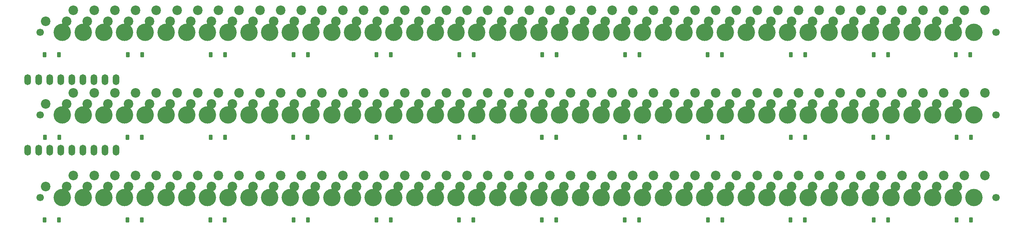
<source format=gbr>
%TF.GenerationSoftware,KiCad,Pcbnew,7.0.7*%
%TF.CreationDate,2023-09-15T12:25:31+10:00*%
%TF.ProjectId,fuckit,6675636b-6974-42e6-9b69-6361645f7063,rev?*%
%TF.SameCoordinates,Original*%
%TF.FileFunction,Soldermask,Bot*%
%TF.FilePolarity,Negative*%
%FSLAX46Y46*%
G04 Gerber Fmt 4.6, Leading zero omitted, Abs format (unit mm)*
G04 Created by KiCad (PCBNEW 7.0.7) date 2023-09-15 12:25:31*
%MOMM*%
%LPD*%
G01*
G04 APERTURE LIST*
G04 Aperture macros list*
%AMRoundRect*
0 Rectangle with rounded corners*
0 $1 Rounding radius*
0 $2 $3 $4 $5 $6 $7 $8 $9 X,Y pos of 4 corners*
0 Add a 4 corners polygon primitive as box body*
4,1,4,$2,$3,$4,$5,$6,$7,$8,$9,$2,$3,0*
0 Add four circle primitives for the rounded corners*
1,1,$1+$1,$2,$3*
1,1,$1+$1,$4,$5*
1,1,$1+$1,$6,$7*
1,1,$1+$1,$8,$9*
0 Add four rect primitives between the rounded corners*
20,1,$1+$1,$2,$3,$4,$5,0*
20,1,$1+$1,$4,$5,$6,$7,0*
20,1,$1+$1,$6,$7,$8,$9,0*
20,1,$1+$1,$8,$9,$2,$3,0*%
G04 Aperture macros list end*
%ADD10C,1.700000*%
%ADD11C,4.000000*%
%ADD12C,2.200000*%
%ADD13RoundRect,0.225000X0.225000X0.375000X-0.225000X0.375000X-0.225000X-0.375000X0.225000X-0.375000X0*%
%ADD14O,1.500000X2.500000*%
G04 APERTURE END LIST*
D10*
%TO.C,SW106*%
X95567564Y-63361151D03*
D11*
X100647564Y-63361151D03*
D10*
X105727564Y-63361151D03*
D12*
X103187564Y-58281151D03*
X96837564Y-60821151D03*
%TD*%
D10*
%TO.C,SW38*%
X200342564Y-25261151D03*
D11*
X205422564Y-25261151D03*
D10*
X210502564Y-25261151D03*
D12*
X207962564Y-20181151D03*
X201612564Y-22721151D03*
%TD*%
D10*
%TO.C,SW105*%
X90805064Y-63361151D03*
D11*
X95885064Y-63361151D03*
D10*
X100965064Y-63361151D03*
D12*
X98425064Y-58281151D03*
X92075064Y-60821151D03*
%TD*%
D10*
%TO.C,SW113*%
X128905064Y-63361151D03*
D11*
X133985064Y-63361151D03*
D10*
X139065064Y-63361151D03*
D12*
X136525064Y-58281151D03*
X130175064Y-60821151D03*
%TD*%
D10*
%TO.C,SW28*%
X152717564Y-25261151D03*
D11*
X157797564Y-25261151D03*
D10*
X162877564Y-25261151D03*
D12*
X160337564Y-20181151D03*
X153987564Y-22721151D03*
%TD*%
D10*
%TO.C,SW127*%
X195580064Y-63361151D03*
D11*
X200660064Y-63361151D03*
D10*
X205740064Y-63361151D03*
D12*
X203200064Y-58281151D03*
X196850064Y-60821151D03*
%TD*%
D10*
%TO.C,SW76*%
X167005064Y-44311151D03*
D11*
X172085064Y-44311151D03*
D10*
X177165064Y-44311151D03*
D12*
X174625064Y-39231151D03*
X168275064Y-41771151D03*
%TD*%
D10*
%TO.C,SW62*%
X100330064Y-44311151D03*
D11*
X105410064Y-44311151D03*
D10*
X110490064Y-44311151D03*
D12*
X107950064Y-39231151D03*
X101600064Y-41771151D03*
%TD*%
D10*
%TO.C,SW91*%
X24130064Y-63361151D03*
D11*
X29210064Y-63361151D03*
D10*
X34290064Y-63361151D03*
D12*
X31750064Y-58281151D03*
X25400064Y-60821151D03*
%TD*%
D10*
%TO.C,SW131*%
X214630064Y-63361151D03*
D11*
X219710064Y-63361151D03*
D10*
X224790064Y-63361151D03*
D12*
X222250064Y-58281151D03*
X215900064Y-60821151D03*
%TD*%
D10*
%TO.C,SW120*%
X162242564Y-63361151D03*
D11*
X167322564Y-63361151D03*
D10*
X172402564Y-63361151D03*
D12*
X169862564Y-58281151D03*
X163512564Y-60821151D03*
%TD*%
D10*
%TO.C,SW68*%
X128905064Y-44311151D03*
D11*
X133985064Y-44311151D03*
D10*
X139065064Y-44311151D03*
D12*
X136525064Y-39231151D03*
X130175064Y-41771151D03*
%TD*%
D10*
%TO.C,SW27*%
X147955064Y-25261151D03*
D11*
X153035064Y-25261151D03*
D10*
X158115064Y-25261151D03*
D12*
X155575064Y-20181151D03*
X149225064Y-22721151D03*
%TD*%
D10*
%TO.C,SW114*%
X133667564Y-63361151D03*
D11*
X138747564Y-63361151D03*
D10*
X143827564Y-63361151D03*
D12*
X141287564Y-58281151D03*
X134937564Y-60821151D03*
%TD*%
D10*
%TO.C,SW12*%
X76517564Y-25261151D03*
D11*
X81597564Y-25261151D03*
D10*
X86677564Y-25261151D03*
D12*
X84137564Y-20181151D03*
X77787564Y-22721151D03*
%TD*%
D10*
%TO.C,SW59*%
X86042564Y-44311151D03*
D11*
X91122564Y-44311151D03*
D10*
X96202564Y-44311151D03*
D12*
X93662564Y-39231151D03*
X87312564Y-41771151D03*
%TD*%
D10*
%TO.C,SW52*%
X52705064Y-44311151D03*
D11*
X57785064Y-44311151D03*
D10*
X62865064Y-44311151D03*
D12*
X60325064Y-39231151D03*
X53975064Y-41771151D03*
%TD*%
D10*
%TO.C,SW129*%
X205105064Y-63361151D03*
D11*
X210185064Y-63361151D03*
D10*
X215265064Y-63361151D03*
D12*
X212725064Y-58281151D03*
X206375064Y-60821151D03*
%TD*%
D10*
%TO.C,SW33*%
X176530064Y-25261151D03*
D11*
X181610064Y-25261151D03*
D10*
X186690064Y-25261151D03*
D12*
X184150064Y-20181151D03*
X177800064Y-22721151D03*
%TD*%
D10*
%TO.C,SW56*%
X71755064Y-44311151D03*
D11*
X76835064Y-44311151D03*
D10*
X81915064Y-44311151D03*
D12*
X79375064Y-39231151D03*
X73025064Y-41771151D03*
%TD*%
D10*
%TO.C,SW45*%
X233680064Y-25261151D03*
D11*
X238760064Y-25261151D03*
D10*
X243840064Y-25261151D03*
D12*
X241300064Y-20181151D03*
X234950064Y-22721151D03*
%TD*%
D10*
%TO.C,SW118*%
X152717564Y-63361151D03*
D11*
X157797564Y-63361151D03*
D10*
X162877564Y-63361151D03*
D12*
X160337564Y-58281151D03*
X153987564Y-60821151D03*
%TD*%
D10*
%TO.C,SW87*%
X219392564Y-44311151D03*
D11*
X224472564Y-44311151D03*
D10*
X229552564Y-44311151D03*
D12*
X227012564Y-39231151D03*
X220662564Y-41771151D03*
%TD*%
D10*
%TO.C,SW22*%
X124142564Y-25261151D03*
D11*
X129222564Y-25261151D03*
D10*
X134302564Y-25261151D03*
D12*
X131762564Y-20181151D03*
X125412564Y-22721151D03*
%TD*%
D10*
%TO.C,SW14*%
X86042564Y-25261151D03*
D11*
X91122564Y-25261151D03*
D10*
X96202564Y-25261151D03*
D12*
X93662564Y-20181151D03*
X87312564Y-22721151D03*
%TD*%
D10*
%TO.C,SW97*%
X52705064Y-63361151D03*
D11*
X57785064Y-63361151D03*
D10*
X62865064Y-63361151D03*
D12*
X60325064Y-58281151D03*
X53975064Y-60821151D03*
%TD*%
D10*
%TO.C,SW128*%
X200342564Y-63361151D03*
D11*
X205422564Y-63361151D03*
D10*
X210502564Y-63361151D03*
D12*
X207962564Y-58281151D03*
X201612564Y-60821151D03*
%TD*%
D10*
%TO.C,SW36*%
X190817564Y-25261151D03*
D11*
X195897564Y-25261151D03*
D10*
X200977564Y-25261151D03*
D12*
X198437564Y-20181151D03*
X192087564Y-22721151D03*
%TD*%
D10*
%TO.C,SW84*%
X205105064Y-44311151D03*
D11*
X210185064Y-44311151D03*
D10*
X215265064Y-44311151D03*
D12*
X212725064Y-39231151D03*
X206375064Y-41771151D03*
%TD*%
D10*
%TO.C,SW73*%
X152717564Y-44311151D03*
D11*
X157797564Y-44311151D03*
D10*
X162877564Y-44311151D03*
D12*
X160337564Y-39231151D03*
X153987564Y-41771151D03*
%TD*%
D10*
%TO.C,SW83*%
X200342564Y-44311151D03*
D11*
X205422564Y-44311151D03*
D10*
X210502564Y-44311151D03*
D12*
X207962564Y-39231151D03*
X201612564Y-41771151D03*
%TD*%
D10*
%TO.C,SW134*%
X228917564Y-63361151D03*
D11*
X233997564Y-63361151D03*
D10*
X239077564Y-63361151D03*
D12*
X236537564Y-58281151D03*
X230187564Y-60821151D03*
%TD*%
D10*
%TO.C,SW125*%
X186055064Y-63361151D03*
D11*
X191135064Y-63361151D03*
D10*
X196215064Y-63361151D03*
D12*
X193675064Y-58281151D03*
X187325064Y-60821151D03*
%TD*%
D10*
%TO.C,SW69*%
X133667564Y-44311151D03*
D11*
X138747564Y-44311151D03*
D10*
X143827564Y-44311151D03*
D12*
X141287564Y-39231151D03*
X134937564Y-41771151D03*
%TD*%
D10*
%TO.C,SW2*%
X28892564Y-25261151D03*
D11*
X33972564Y-25261151D03*
D10*
X39052564Y-25261151D03*
D12*
X36512564Y-20181151D03*
X30162564Y-22721151D03*
%TD*%
D10*
%TO.C,SW51*%
X47942564Y-44311151D03*
D11*
X53022564Y-44311151D03*
D10*
X58102564Y-44311151D03*
D12*
X55562564Y-39231151D03*
X49212564Y-41771151D03*
%TD*%
D10*
%TO.C,SW26*%
X143192564Y-25261151D03*
D11*
X148272564Y-25261151D03*
D10*
X153352564Y-25261151D03*
D12*
X150812564Y-20181151D03*
X144462564Y-22721151D03*
%TD*%
D10*
%TO.C,SW8*%
X57467564Y-25261151D03*
D11*
X62547564Y-25261151D03*
D10*
X67627564Y-25261151D03*
D12*
X65087564Y-20181151D03*
X58737564Y-22721151D03*
%TD*%
D10*
%TO.C,SW30*%
X162242564Y-25261151D03*
D11*
X167322564Y-25261151D03*
D10*
X172402564Y-25261151D03*
D12*
X169862564Y-20181151D03*
X163512564Y-22721151D03*
%TD*%
D10*
%TO.C,SW58*%
X81280064Y-44311151D03*
D11*
X86360064Y-44311151D03*
D10*
X91440064Y-44311151D03*
D12*
X88900064Y-39231151D03*
X82550064Y-41771151D03*
%TD*%
D10*
%TO.C,SW102*%
X76517564Y-63361151D03*
D11*
X81597564Y-63361151D03*
D10*
X86677564Y-63361151D03*
D12*
X84137564Y-58281151D03*
X77787564Y-60821151D03*
%TD*%
D10*
%TO.C,SW133*%
X224155064Y-63361151D03*
D11*
X229235064Y-63361151D03*
D10*
X234315064Y-63361151D03*
D12*
X231775064Y-58281151D03*
X225425064Y-60821151D03*
%TD*%
D10*
%TO.C,SW9*%
X62230064Y-25261151D03*
D11*
X67310064Y-25261151D03*
D10*
X72390064Y-25261151D03*
D12*
X69850064Y-20181151D03*
X63500064Y-22721151D03*
%TD*%
D10*
%TO.C,SW98*%
X57467564Y-63361151D03*
D11*
X62547564Y-63361151D03*
D10*
X67627564Y-63361151D03*
D12*
X65087564Y-58281151D03*
X58737564Y-60821151D03*
%TD*%
D10*
%TO.C,SW48*%
X33655064Y-44311151D03*
D11*
X38735064Y-44311151D03*
D10*
X43815064Y-44311151D03*
D12*
X41275064Y-39231151D03*
X34925064Y-41771151D03*
%TD*%
D10*
%TO.C,SW126*%
X190817564Y-63361151D03*
D11*
X195897564Y-63361151D03*
D10*
X200977564Y-63361151D03*
D12*
X198437564Y-58281151D03*
X192087564Y-60821151D03*
%TD*%
D10*
%TO.C,SW60*%
X90805064Y-44311151D03*
D11*
X95885064Y-44311151D03*
D10*
X100965064Y-44311151D03*
D12*
X98425064Y-39231151D03*
X92075064Y-41771151D03*
%TD*%
D10*
%TO.C,SW5*%
X43180064Y-25261151D03*
D11*
X48260064Y-25261151D03*
D10*
X53340064Y-25261151D03*
D12*
X50800064Y-20181151D03*
X44450064Y-22721151D03*
%TD*%
D10*
%TO.C,SW66*%
X119380064Y-44311151D03*
D11*
X124460064Y-44311151D03*
D10*
X129540064Y-44311151D03*
D12*
X127000064Y-39231151D03*
X120650064Y-41771151D03*
%TD*%
D10*
%TO.C,SW112*%
X124142564Y-63361151D03*
D11*
X129222564Y-63361151D03*
D10*
X134302564Y-63361151D03*
D12*
X131762564Y-58281151D03*
X125412564Y-60821151D03*
%TD*%
D10*
%TO.C,SW77*%
X171767564Y-44311151D03*
D11*
X176847564Y-44311151D03*
D10*
X181927564Y-44311151D03*
D12*
X179387564Y-39231151D03*
X173037564Y-41771151D03*
%TD*%
D10*
%TO.C,SW74*%
X157480064Y-44311151D03*
D11*
X162560064Y-44311151D03*
D10*
X167640064Y-44311151D03*
D12*
X165100064Y-39231151D03*
X158750064Y-41771151D03*
%TD*%
D10*
%TO.C,SW116*%
X143192564Y-63361151D03*
D11*
X148272564Y-63361151D03*
D10*
X153352564Y-63361151D03*
D12*
X150812564Y-58281151D03*
X144462564Y-60821151D03*
%TD*%
D10*
%TO.C,SW110*%
X114617564Y-63361151D03*
D11*
X119697564Y-63361151D03*
D10*
X124777564Y-63361151D03*
D12*
X122237564Y-58281151D03*
X115887564Y-60821151D03*
%TD*%
D10*
%TO.C,SW39*%
X205105064Y-25261151D03*
D11*
X210185064Y-25261151D03*
D10*
X215265064Y-25261151D03*
D12*
X212725064Y-20181151D03*
X206375064Y-22721151D03*
%TD*%
D10*
%TO.C,SW43*%
X224155064Y-25261151D03*
D11*
X229235064Y-25261151D03*
D10*
X234315064Y-25261151D03*
D12*
X231775064Y-20181151D03*
X225425064Y-22721151D03*
%TD*%
D10*
%TO.C,SW3*%
X33655064Y-25261151D03*
D11*
X38735064Y-25261151D03*
D10*
X43815064Y-25261151D03*
D12*
X41275064Y-20181151D03*
X34925064Y-22721151D03*
%TD*%
D10*
%TO.C,SW96*%
X47942564Y-63361151D03*
D11*
X53022564Y-63361151D03*
D10*
X58102564Y-63361151D03*
D12*
X55562564Y-58281151D03*
X49212564Y-60821151D03*
%TD*%
D10*
%TO.C,SW115*%
X138430064Y-63361151D03*
D11*
X143510064Y-63361151D03*
D10*
X148590064Y-63361151D03*
D12*
X146050064Y-58281151D03*
X139700064Y-60821151D03*
%TD*%
D10*
%TO.C,SW53*%
X57467564Y-44311151D03*
D11*
X62547564Y-44311151D03*
D10*
X67627564Y-44311151D03*
D12*
X65087564Y-39231151D03*
X58737564Y-41771151D03*
%TD*%
D10*
%TO.C,SW44*%
X228917564Y-25261151D03*
D11*
X233997564Y-25261151D03*
D10*
X239077564Y-25261151D03*
D12*
X236537564Y-20181151D03*
X230187564Y-22721151D03*
%TD*%
D10*
%TO.C,SW1*%
X24130064Y-25261151D03*
D11*
X29210064Y-25261151D03*
D10*
X34290064Y-25261151D03*
D12*
X31750064Y-20181151D03*
X25400064Y-22721151D03*
%TD*%
D10*
%TO.C,SW42*%
X219392564Y-25261151D03*
D11*
X224472564Y-25261151D03*
D10*
X229552564Y-25261151D03*
D12*
X227012564Y-20181151D03*
X220662564Y-22721151D03*
%TD*%
D10*
%TO.C,SW21*%
X119380064Y-25261151D03*
D11*
X124460064Y-25261151D03*
D10*
X129540064Y-25261151D03*
D12*
X127000064Y-20181151D03*
X120650064Y-22721151D03*
%TD*%
D10*
%TO.C,SW11*%
X71755064Y-25261151D03*
D11*
X76835064Y-25261151D03*
D10*
X81915064Y-25261151D03*
D12*
X79375064Y-20181151D03*
X73025064Y-22721151D03*
%TD*%
D10*
%TO.C,SW99*%
X62230064Y-63361151D03*
D11*
X67310064Y-63361151D03*
D10*
X72390064Y-63361151D03*
D12*
X69850064Y-58281151D03*
X63500064Y-60821151D03*
%TD*%
D10*
%TO.C,SW24*%
X133667564Y-25261151D03*
D11*
X138747564Y-25261151D03*
D10*
X143827564Y-25261151D03*
D12*
X141287564Y-20181151D03*
X134937564Y-22721151D03*
%TD*%
D10*
%TO.C,SW13*%
X81280064Y-25261151D03*
D11*
X86360064Y-25261151D03*
D10*
X91440064Y-25261151D03*
D12*
X88900064Y-20181151D03*
X82550064Y-22721151D03*
%TD*%
D10*
%TO.C,SW10*%
X66992564Y-25261151D03*
D11*
X72072564Y-25261151D03*
D10*
X77152564Y-25261151D03*
D12*
X74612564Y-20181151D03*
X68262564Y-22721151D03*
%TD*%
D10*
%TO.C,SW104*%
X86042564Y-63361151D03*
D11*
X91122564Y-63361151D03*
D10*
X96202564Y-63361151D03*
D12*
X93662564Y-58281151D03*
X87312564Y-60821151D03*
%TD*%
D10*
%TO.C,SW63*%
X105092564Y-44311151D03*
D11*
X110172564Y-44311151D03*
D10*
X115252564Y-44311151D03*
D12*
X112712564Y-39231151D03*
X106362564Y-41771151D03*
%TD*%
D10*
%TO.C,SW37*%
X195580064Y-25261151D03*
D11*
X200660064Y-25261151D03*
D10*
X205740064Y-25261151D03*
D12*
X203200064Y-20181151D03*
X196850064Y-22721151D03*
%TD*%
D10*
%TO.C,SW31*%
X167005064Y-25261151D03*
D11*
X172085064Y-25261151D03*
D10*
X177165064Y-25261151D03*
D12*
X174625064Y-20181151D03*
X168275064Y-22721151D03*
%TD*%
D10*
%TO.C,SW17*%
X100330064Y-25261151D03*
D11*
X105410064Y-25261151D03*
D10*
X110490064Y-25261151D03*
D12*
X107950064Y-20181151D03*
X101600064Y-22721151D03*
%TD*%
D10*
%TO.C,SW86*%
X214630064Y-44311151D03*
D11*
X219710064Y-44311151D03*
D10*
X224790064Y-44311151D03*
D12*
X222250064Y-39231151D03*
X215900064Y-41771151D03*
%TD*%
D10*
%TO.C,SW41*%
X214630064Y-25261151D03*
D11*
X219710064Y-25261151D03*
D10*
X224790064Y-25261151D03*
D12*
X222250064Y-20181151D03*
X215900064Y-22721151D03*
%TD*%
D10*
%TO.C,SW122*%
X171767564Y-63361151D03*
D11*
X176847564Y-63361151D03*
D10*
X181927564Y-63361151D03*
D12*
X179387564Y-58281151D03*
X173037564Y-60821151D03*
%TD*%
D10*
%TO.C,SW89*%
X228917564Y-44311151D03*
D11*
X233997564Y-44311151D03*
D10*
X239077564Y-44311151D03*
D12*
X236537564Y-39231151D03*
X230187564Y-41771151D03*
%TD*%
D10*
%TO.C,SW72*%
X147955064Y-44311151D03*
D11*
X153035064Y-44311151D03*
D10*
X158115064Y-44311151D03*
D12*
X155575064Y-39231151D03*
X149225064Y-41771151D03*
%TD*%
D10*
%TO.C,SW80*%
X186055064Y-44311151D03*
D11*
X191135064Y-44311151D03*
D10*
X196215064Y-44311151D03*
D12*
X193675064Y-39231151D03*
X187325064Y-41771151D03*
%TD*%
D10*
%TO.C,SW67*%
X124142564Y-44311151D03*
D11*
X129222564Y-44311151D03*
D10*
X134302564Y-44311151D03*
D12*
X131762564Y-39231151D03*
X125412564Y-41771151D03*
%TD*%
D10*
%TO.C,SW25*%
X138430064Y-25261151D03*
D11*
X143510064Y-25261151D03*
D10*
X148590064Y-25261151D03*
D12*
X146050064Y-20181151D03*
X139700064Y-22721151D03*
%TD*%
D10*
%TO.C,SW90*%
X233680064Y-44311151D03*
D11*
X238760064Y-44311151D03*
D10*
X243840064Y-44311151D03*
D12*
X241300064Y-39231151D03*
X234950064Y-41771151D03*
%TD*%
D10*
%TO.C,SW100*%
X66992564Y-63361151D03*
D11*
X72072564Y-63361151D03*
D10*
X77152564Y-63361151D03*
D12*
X74612564Y-58281151D03*
X68262564Y-60821151D03*
%TD*%
D10*
%TO.C,SW94*%
X38417564Y-63361151D03*
D11*
X43497564Y-63361151D03*
D10*
X48577564Y-63361151D03*
D12*
X46037564Y-58281151D03*
X39687564Y-60821151D03*
%TD*%
D10*
%TO.C,SW57*%
X76517564Y-44311151D03*
D11*
X81597564Y-44311151D03*
D10*
X86677564Y-44311151D03*
D12*
X84137564Y-39231151D03*
X77787564Y-41771151D03*
%TD*%
D10*
%TO.C,SW29*%
X157480064Y-25261151D03*
D11*
X162560064Y-25261151D03*
D10*
X167640064Y-25261151D03*
D12*
X165100064Y-20181151D03*
X158750064Y-22721151D03*
%TD*%
D10*
%TO.C,SW107*%
X100330064Y-63361151D03*
D11*
X105410064Y-63361151D03*
D10*
X110490064Y-63361151D03*
D12*
X107950064Y-58281151D03*
X101600064Y-60821151D03*
%TD*%
D10*
%TO.C,SW18*%
X105092564Y-25261151D03*
D11*
X110172564Y-25261151D03*
D10*
X115252564Y-25261151D03*
D12*
X112712564Y-20181151D03*
X106362564Y-22721151D03*
%TD*%
D10*
%TO.C,SW46*%
X24130064Y-44311151D03*
D11*
X29210064Y-44311151D03*
D10*
X34290064Y-44311151D03*
D12*
X31750064Y-39231151D03*
X25400064Y-41771151D03*
%TD*%
D10*
%TO.C,SW132*%
X219392564Y-63361151D03*
D11*
X224472564Y-63361151D03*
D10*
X229552564Y-63361151D03*
D12*
X227012564Y-58281151D03*
X220662564Y-60821151D03*
%TD*%
D10*
%TO.C,SW7*%
X52705064Y-25261151D03*
D11*
X57785064Y-25261151D03*
D10*
X62865064Y-25261151D03*
D12*
X60325064Y-20181151D03*
X53975064Y-22721151D03*
%TD*%
D10*
%TO.C,SW35*%
X186055064Y-25261151D03*
D11*
X191135064Y-25261151D03*
D10*
X196215064Y-25261151D03*
D12*
X193675064Y-20181151D03*
X187325064Y-22721151D03*
%TD*%
D10*
%TO.C,SW123*%
X176530064Y-63361151D03*
D11*
X181610064Y-63361151D03*
D10*
X186690064Y-63361151D03*
D12*
X184150064Y-58281151D03*
X177800064Y-60821151D03*
%TD*%
D10*
%TO.C,SW4*%
X38417564Y-25261151D03*
D11*
X43497564Y-25261151D03*
D10*
X48577564Y-25261151D03*
D12*
X46037564Y-20181151D03*
X39687564Y-22721151D03*
%TD*%
D10*
%TO.C,SW6*%
X47942564Y-25261151D03*
D11*
X53022564Y-25261151D03*
D10*
X58102564Y-25261151D03*
D12*
X55562564Y-20181151D03*
X49212564Y-22721151D03*
%TD*%
D10*
%TO.C,SW49*%
X38417564Y-44311151D03*
D11*
X43497564Y-44311151D03*
D10*
X48577564Y-44311151D03*
D12*
X46037564Y-39231151D03*
X39687564Y-41771151D03*
%TD*%
D10*
%TO.C,SW111*%
X119380064Y-63361151D03*
D11*
X124460064Y-63361151D03*
D10*
X129540064Y-63361151D03*
D12*
X127000064Y-58281151D03*
X120650064Y-60821151D03*
%TD*%
D10*
%TO.C,SW124*%
X181292564Y-63361151D03*
D11*
X186372564Y-63361151D03*
D10*
X191452564Y-63361151D03*
D12*
X188912564Y-58281151D03*
X182562564Y-60821151D03*
%TD*%
D10*
%TO.C,SW95*%
X43180064Y-63361151D03*
D11*
X48260064Y-63361151D03*
D10*
X53340064Y-63361151D03*
D12*
X50800064Y-58281151D03*
X44450064Y-60821151D03*
%TD*%
D10*
%TO.C,SW108*%
X105092564Y-63361151D03*
D11*
X110172564Y-63361151D03*
D10*
X115252564Y-63361151D03*
D12*
X112712564Y-58281151D03*
X106362564Y-60821151D03*
%TD*%
D10*
%TO.C,SW82*%
X195580064Y-44311151D03*
D11*
X200660064Y-44311151D03*
D10*
X205740064Y-44311151D03*
D12*
X203200064Y-39231151D03*
X196850064Y-41771151D03*
%TD*%
D10*
%TO.C,SW47*%
X28892564Y-44311151D03*
D11*
X33972564Y-44311151D03*
D10*
X39052564Y-44311151D03*
D12*
X36512564Y-39231151D03*
X30162564Y-41771151D03*
%TD*%
D10*
%TO.C,SW19*%
X109855064Y-25261151D03*
D11*
X114935064Y-25261151D03*
D10*
X120015064Y-25261151D03*
D12*
X117475064Y-20181151D03*
X111125064Y-22721151D03*
%TD*%
D10*
%TO.C,SW88*%
X224155064Y-44311151D03*
D11*
X229235064Y-44311151D03*
D10*
X234315064Y-44311151D03*
D12*
X231775064Y-39231151D03*
X225425064Y-41771151D03*
%TD*%
D10*
%TO.C,SW119*%
X157480064Y-63361151D03*
D11*
X162560064Y-63361151D03*
D10*
X167640064Y-63361151D03*
D12*
X165100064Y-58281151D03*
X158750064Y-60821151D03*
%TD*%
D10*
%TO.C,SW34*%
X181292564Y-25261151D03*
D11*
X186372564Y-25261151D03*
D10*
X191452564Y-25261151D03*
D12*
X188912564Y-20181151D03*
X182562564Y-22721151D03*
%TD*%
D10*
%TO.C,SW85*%
X209867564Y-44311151D03*
D11*
X214947564Y-44311151D03*
D10*
X220027564Y-44311151D03*
D12*
X217487564Y-39231151D03*
X211137564Y-41771151D03*
%TD*%
D10*
%TO.C,SW54*%
X62230064Y-44311151D03*
D11*
X67310064Y-44311151D03*
D10*
X72390064Y-44311151D03*
D12*
X69850064Y-39231151D03*
X63500064Y-41771151D03*
%TD*%
D10*
%TO.C,SW92*%
X28892564Y-63361151D03*
D11*
X33972564Y-63361151D03*
D10*
X39052564Y-63361151D03*
D12*
X36512564Y-58281151D03*
X30162564Y-60821151D03*
%TD*%
D10*
%TO.C,SW117*%
X147955064Y-63361151D03*
D11*
X153035064Y-63361151D03*
D10*
X158115064Y-63361151D03*
D12*
X155575064Y-58281151D03*
X149225064Y-60821151D03*
%TD*%
D10*
%TO.C,SW109*%
X109855064Y-63361151D03*
D11*
X114935064Y-63361151D03*
D10*
X120015064Y-63361151D03*
D12*
X117475064Y-58281151D03*
X111125064Y-60821151D03*
%TD*%
D10*
%TO.C,SW101*%
X71755064Y-63361151D03*
D11*
X76835064Y-63361151D03*
D10*
X81915064Y-63361151D03*
D12*
X79375064Y-58281151D03*
X73025064Y-60821151D03*
%TD*%
D10*
%TO.C,SW93*%
X33655064Y-63361151D03*
D11*
X38735064Y-63361151D03*
D10*
X43815064Y-63361151D03*
D12*
X41275064Y-58281151D03*
X34925064Y-60821151D03*
%TD*%
D10*
%TO.C,SW50*%
X43180064Y-44311151D03*
D11*
X48260064Y-44311151D03*
D10*
X53340064Y-44311151D03*
D12*
X50800064Y-39231151D03*
X44450064Y-41771151D03*
%TD*%
D10*
%TO.C,SW81*%
X190817564Y-44311151D03*
D11*
X195897564Y-44311151D03*
D10*
X200977564Y-44311151D03*
D12*
X198437564Y-39231151D03*
X192087564Y-41771151D03*
%TD*%
D10*
%TO.C,SW16*%
X95567564Y-25261151D03*
D11*
X100647564Y-25261151D03*
D10*
X105727564Y-25261151D03*
D12*
X103187564Y-20181151D03*
X96837564Y-22721151D03*
%TD*%
D10*
%TO.C,SW40*%
X209867564Y-25261151D03*
D11*
X214947564Y-25261151D03*
D10*
X220027564Y-25261151D03*
D12*
X217487564Y-20181151D03*
X211137564Y-22721151D03*
%TD*%
D10*
%TO.C,SW20*%
X114617564Y-25261151D03*
D11*
X119697564Y-25261151D03*
D10*
X124777564Y-25261151D03*
D12*
X122237564Y-20181151D03*
X115887564Y-22721151D03*
%TD*%
D10*
%TO.C,SW55*%
X66992564Y-44311151D03*
D11*
X72072564Y-44311151D03*
D10*
X77152564Y-44311151D03*
D12*
X74612564Y-39231151D03*
X68262564Y-41771151D03*
%TD*%
D10*
%TO.C,SW23*%
X128905064Y-25261151D03*
D11*
X133985064Y-25261151D03*
D10*
X139065064Y-25261151D03*
D12*
X136525064Y-20181151D03*
X130175064Y-22721151D03*
%TD*%
D10*
%TO.C,SW103*%
X81280064Y-63361151D03*
D11*
X86360064Y-63361151D03*
D10*
X91440064Y-63361151D03*
D12*
X88900064Y-58281151D03*
X82550064Y-60821151D03*
%TD*%
D10*
%TO.C,SW75*%
X162242564Y-44311151D03*
D11*
X167322564Y-44311151D03*
D10*
X172402564Y-44311151D03*
D12*
X169862564Y-39231151D03*
X163512564Y-41771151D03*
%TD*%
D10*
%TO.C,SW71*%
X143192564Y-44311151D03*
D11*
X148272564Y-44311151D03*
D10*
X153352564Y-44311151D03*
D12*
X150812564Y-39231151D03*
X144462564Y-41771151D03*
%TD*%
D10*
%TO.C,SW70*%
X138430064Y-44311151D03*
D11*
X143510064Y-44311151D03*
D10*
X148590064Y-44311151D03*
D12*
X146050064Y-39231151D03*
X139700064Y-41771151D03*
%TD*%
D10*
%TO.C,SW61*%
X95567564Y-44311151D03*
D11*
X100647564Y-44311151D03*
D10*
X105727564Y-44311151D03*
D12*
X103187564Y-39231151D03*
X96837564Y-41771151D03*
%TD*%
D10*
%TO.C,SW121*%
X167005064Y-63361151D03*
D11*
X172085064Y-63361151D03*
D10*
X177165064Y-63361151D03*
D12*
X174625064Y-58281151D03*
X168275064Y-60821151D03*
%TD*%
D10*
%TO.C,SW79*%
X181292564Y-44311151D03*
D11*
X186372564Y-44311151D03*
D10*
X191452564Y-44311151D03*
D12*
X188912564Y-39231151D03*
X182562564Y-41771151D03*
%TD*%
D10*
%TO.C,SW64*%
X109855064Y-44311151D03*
D11*
X114935064Y-44311151D03*
D10*
X120015064Y-44311151D03*
D12*
X117475064Y-39231151D03*
X111125064Y-41771151D03*
%TD*%
D10*
%TO.C,SW65*%
X114617564Y-44311151D03*
D11*
X119697564Y-44311151D03*
D10*
X124777564Y-44311151D03*
D12*
X122237564Y-39231151D03*
X115887564Y-41771151D03*
%TD*%
D10*
%TO.C,SW130*%
X209867564Y-63361151D03*
D11*
X214947564Y-63361151D03*
D10*
X220027564Y-63361151D03*
D12*
X217487564Y-58281151D03*
X211137564Y-60821151D03*
%TD*%
D10*
%TO.C,SW32*%
X171767564Y-25261151D03*
D11*
X176847564Y-25261151D03*
D10*
X181927564Y-25261151D03*
D12*
X179387564Y-20181151D03*
X173037564Y-22721151D03*
%TD*%
D10*
%TO.C,SW15*%
X90805064Y-25261151D03*
D11*
X95885064Y-25261151D03*
D10*
X100965064Y-25261151D03*
D12*
X98425064Y-20181151D03*
X92075064Y-22721151D03*
%TD*%
D10*
%TO.C,SW135*%
X233680064Y-63361151D03*
D11*
X238760064Y-63361151D03*
D10*
X243840064Y-63361151D03*
D12*
X241300064Y-58281151D03*
X234950064Y-60821151D03*
%TD*%
D10*
%TO.C,SW78*%
X176530064Y-44311151D03*
D11*
X181610064Y-44311151D03*
D10*
X186690064Y-44311151D03*
D12*
X184150064Y-39231151D03*
X177800064Y-41771151D03*
%TD*%
D13*
%TO.C,D27*%
X66539226Y-68560329D03*
X63239226Y-68560329D03*
%TD*%
%TO.C,D15*%
X66638445Y-49510281D03*
X63338445Y-49510281D03*
%TD*%
%TO.C,D12*%
X237927162Y-30460233D03*
X234627162Y-30460233D03*
%TD*%
%TO.C,D28*%
X85625997Y-68560329D03*
X82325997Y-68560329D03*
%TD*%
%TO.C,D19*%
X142739418Y-49510281D03*
X139439418Y-49510281D03*
%TD*%
%TO.C,D29*%
X104676045Y-68560329D03*
X101376045Y-68560329D03*
%TD*%
%TO.C,D13*%
X28501626Y-49510281D03*
X25201626Y-49510281D03*
%TD*%
%TO.C,D4*%
X85625997Y-30460233D03*
X82325997Y-30460233D03*
%TD*%
%TO.C,D17*%
X104738541Y-49510281D03*
X101438541Y-49510281D03*
%TD*%
%TO.C,D21*%
X180876237Y-49510281D03*
X177576237Y-49510281D03*
%TD*%
%TO.C,D8*%
X161826189Y-30460233D03*
X158526189Y-30460233D03*
%TD*%
%TO.C,D31*%
X142702695Y-68560329D03*
X139402695Y-68560329D03*
%TD*%
D14*
%TO.C,U1*%
X21232866Y-52451030D03*
X23772866Y-52451030D03*
X26312866Y-52451030D03*
X28852866Y-52451030D03*
X31392866Y-52451030D03*
X33932866Y-52451030D03*
X36472866Y-52451030D03*
X39012866Y-52451030D03*
X41552866Y-52451030D03*
X41552866Y-36211030D03*
X39012866Y-36211030D03*
X36472866Y-36211030D03*
X33932866Y-36211030D03*
X31392866Y-36211030D03*
X28852866Y-36211030D03*
X26312866Y-36211030D03*
X23772866Y-36211030D03*
X21232866Y-36211030D03*
%TD*%
D13*
%TO.C,D6*%
X123726093Y-30460233D03*
X120426093Y-30460233D03*
%TD*%
%TO.C,D33*%
X180876237Y-68560329D03*
X177576237Y-68560329D03*
%TD*%
%TO.C,D11*%
X218976333Y-30460233D03*
X215676333Y-30460233D03*
%TD*%
%TO.C,D10*%
X199926285Y-30460233D03*
X196626285Y-30460233D03*
%TD*%
%TO.C,D1*%
X28439130Y-30460233D03*
X25139130Y-30460233D03*
%TD*%
%TO.C,D3*%
X66575949Y-30460233D03*
X63275949Y-30460233D03*
%TD*%
%TO.C,D35*%
X218976333Y-68560329D03*
X215676333Y-68560329D03*
%TD*%
%TO.C,D7*%
X142776141Y-30460233D03*
X139476141Y-30460233D03*
%TD*%
%TO.C,D25*%
X28439130Y-68560329D03*
X25139130Y-68560329D03*
%TD*%
%TO.C,D20*%
X161826189Y-49510281D03*
X158526189Y-49510281D03*
%TD*%
%TO.C,D30*%
X123689370Y-68560329D03*
X120389370Y-68560329D03*
%TD*%
%TO.C,D9*%
X180839514Y-30460233D03*
X177539514Y-30460233D03*
%TD*%
%TO.C,D16*%
X85589274Y-49510281D03*
X82289274Y-49510281D03*
%TD*%
%TO.C,D18*%
X123788589Y-49510281D03*
X120488589Y-49510281D03*
%TD*%
%TO.C,D5*%
X104738541Y-30460233D03*
X101438541Y-30460233D03*
%TD*%
%TO.C,D14*%
X47489178Y-49510281D03*
X44189178Y-49510281D03*
%TD*%
%TO.C,D24*%
X238026381Y-49510281D03*
X234726381Y-49510281D03*
%TD*%
%TO.C,D2*%
X47551674Y-30460233D03*
X44251674Y-30460233D03*
%TD*%
%TO.C,D36*%
X238026381Y-68560329D03*
X234726381Y-68560329D03*
%TD*%
%TO.C,D22*%
X199926285Y-49510281D03*
X196626285Y-49510281D03*
%TD*%
%TO.C,D32*%
X161789466Y-68560329D03*
X158489466Y-68560329D03*
%TD*%
%TO.C,D26*%
X47489178Y-68560329D03*
X44189178Y-68560329D03*
%TD*%
%TO.C,D34*%
X199889562Y-68560329D03*
X196589562Y-68560329D03*
%TD*%
%TO.C,D23*%
X218939610Y-49510281D03*
X215639610Y-49510281D03*
%TD*%
M02*

</source>
